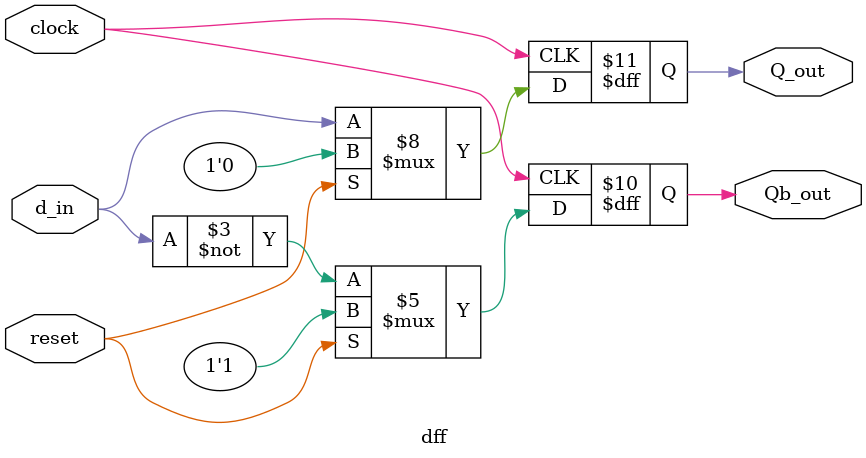
<source format=v>
module dff (
    clock,
    reset,
    d_in,
    Q_out,
    Qb_out
);

  //Step1 : Declare Port Directions
  input clock, reset, d_in;
  output reg Q_out, Qb_out;

  /*Understand the Behaviour of D flip-flop &
   check the coding style of synchronous reset*/

  always @(posedge clock) begin
    if (reset) Q_out <= 1'b0;
    else Q_out <= d_in;
  end

  //Step2 : Write the logic for Qbar	
  always @(posedge clock) begin
    if (reset) Qb_out <= 1'b1;
    else Qb_out <= ~d_in;
  end

endmodule

</source>
